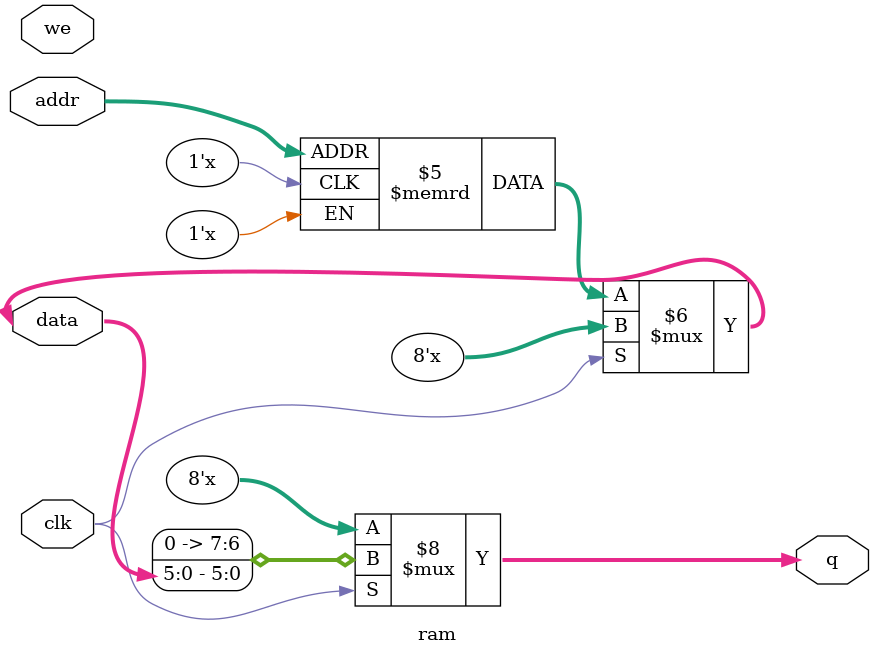
<source format=v>
module ram #(
    parameter ADDR_WIDTH=6,
    parameter DATA_WIDTH=8
) (
    input [DATA_WIDTH-1:0] data,
    input [ADDR_WIDTH-1:0] addr,
    input we, clk,
    output [7:0] q
);
reg [DATA_WIDTH-1:0] ram[2**ADDR_WIDTH-1:0];
// when we is high, write data to ram at address addr
// assign the ram value at address addr to q
always @ (we, clk, we)
begin
    if (clk == 1)
        q <= data[5:0];
end
// when we is low, read data from ram at address addr
always @ (we, clk, we)
begin
    if (clk == 0)
        data <= ram[addr];
end
endmodule

</source>
